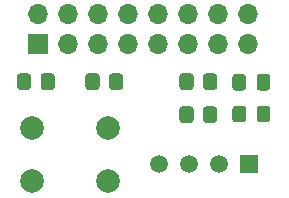
<source format=gts>
%TF.GenerationSoftware,KiCad,Pcbnew,(5.1.7)-1*%
%TF.CreationDate,2021-01-13T16:49:11-03:00*%
%TF.ProjectId,Raspberry Pi Hat,52617370-6265-4727-9279-205069204861,-*%
%TF.SameCoordinates,Original*%
%TF.FileFunction,Soldermask,Top*%
%TF.FilePolarity,Negative*%
%FSLAX46Y46*%
G04 Gerber Fmt 4.6, Leading zero omitted, Abs format (unit mm)*
G04 Created by KiCad (PCBNEW (5.1.7)-1) date 2021-01-13 16:49:11*
%MOMM*%
%LPD*%
G01*
G04 APERTURE LIST*
%ADD10C,2.000000*%
%ADD11R,1.700000X1.700000*%
%ADD12O,1.700000X1.700000*%
%ADD13R,1.500000X1.500000*%
%ADD14C,1.500000*%
G04 APERTURE END LIST*
D10*
%TO.C,SW1*%
X111400000Y-83800000D03*
X111400000Y-88300000D03*
X104900000Y-83800000D03*
X104900000Y-88300000D03*
%TD*%
%TO.C,D1*%
G36*
G01*
X125100000Y-82149999D02*
X125100000Y-83050001D01*
G75*
G02*
X124850001Y-83300000I-249999J0D01*
G01*
X124199999Y-83300000D01*
G75*
G02*
X123950000Y-83050001I0J249999D01*
G01*
X123950000Y-82149999D01*
G75*
G02*
X124199999Y-81900000I249999J0D01*
G01*
X124850001Y-81900000D01*
G75*
G02*
X125100000Y-82149999I0J-249999D01*
G01*
G37*
G36*
G01*
X123050000Y-82149999D02*
X123050000Y-83050001D01*
G75*
G02*
X122800001Y-83300000I-249999J0D01*
G01*
X122149999Y-83300000D01*
G75*
G02*
X121900000Y-83050001I0J249999D01*
G01*
X121900000Y-82149999D01*
G75*
G02*
X122149999Y-81900000I249999J0D01*
G01*
X122800001Y-81900000D01*
G75*
G02*
X123050000Y-82149999I0J-249999D01*
G01*
G37*
%TD*%
%TO.C,D2*%
G36*
G01*
X123050000Y-79449999D02*
X123050000Y-80350001D01*
G75*
G02*
X122800001Y-80600000I-249999J0D01*
G01*
X122149999Y-80600000D01*
G75*
G02*
X121900000Y-80350001I0J249999D01*
G01*
X121900000Y-79449999D01*
G75*
G02*
X122149999Y-79200000I249999J0D01*
G01*
X122800001Y-79200000D01*
G75*
G02*
X123050000Y-79449999I0J-249999D01*
G01*
G37*
G36*
G01*
X125100000Y-79449999D02*
X125100000Y-80350001D01*
G75*
G02*
X124850001Y-80600000I-249999J0D01*
G01*
X124199999Y-80600000D01*
G75*
G02*
X123950000Y-80350001I0J249999D01*
G01*
X123950000Y-79449999D01*
G75*
G02*
X124199999Y-79200000I249999J0D01*
G01*
X124850001Y-79200000D01*
G75*
G02*
X125100000Y-79449999I0J-249999D01*
G01*
G37*
%TD*%
D11*
%TO.C,J1*%
X105400000Y-76700000D03*
D12*
X105400000Y-74160000D03*
X107940000Y-76700000D03*
X107940000Y-74160000D03*
X110480000Y-76700000D03*
X110480000Y-74160000D03*
X113020000Y-76700000D03*
X113020000Y-74160000D03*
X115560000Y-76700000D03*
X115560000Y-74160000D03*
X118100000Y-76700000D03*
X118100000Y-74160000D03*
X120640000Y-76700000D03*
X120640000Y-74160000D03*
X123180000Y-76700000D03*
X123180000Y-74160000D03*
%TD*%
%TO.C,R1*%
G36*
G01*
X103650000Y-80305001D02*
X103650000Y-79404999D01*
G75*
G02*
X103899999Y-79155000I249999J0D01*
G01*
X104600001Y-79155000D01*
G75*
G02*
X104850000Y-79404999I0J-249999D01*
G01*
X104850000Y-80305001D01*
G75*
G02*
X104600001Y-80555000I-249999J0D01*
G01*
X103899999Y-80555000D01*
G75*
G02*
X103650000Y-80305001I0J249999D01*
G01*
G37*
G36*
G01*
X105650000Y-80305001D02*
X105650000Y-79404999D01*
G75*
G02*
X105899999Y-79155000I249999J0D01*
G01*
X106600001Y-79155000D01*
G75*
G02*
X106850000Y-79404999I0J-249999D01*
G01*
X106850000Y-80305001D01*
G75*
G02*
X106600001Y-80555000I-249999J0D01*
G01*
X105899999Y-80555000D01*
G75*
G02*
X105650000Y-80305001I0J249999D01*
G01*
G37*
%TD*%
%TO.C,R2*%
G36*
G01*
X109450000Y-80305001D02*
X109450000Y-79404999D01*
G75*
G02*
X109699999Y-79155000I249999J0D01*
G01*
X110400001Y-79155000D01*
G75*
G02*
X110650000Y-79404999I0J-249999D01*
G01*
X110650000Y-80305001D01*
G75*
G02*
X110400001Y-80555000I-249999J0D01*
G01*
X109699999Y-80555000D01*
G75*
G02*
X109450000Y-80305001I0J249999D01*
G01*
G37*
G36*
G01*
X111450000Y-80305001D02*
X111450000Y-79404999D01*
G75*
G02*
X111699999Y-79155000I249999J0D01*
G01*
X112400001Y-79155000D01*
G75*
G02*
X112650000Y-79404999I0J-249999D01*
G01*
X112650000Y-80305001D01*
G75*
G02*
X112400001Y-80555000I-249999J0D01*
G01*
X111699999Y-80555000D01*
G75*
G02*
X111450000Y-80305001I0J249999D01*
G01*
G37*
%TD*%
%TO.C,R3*%
G36*
G01*
X119400000Y-83095001D02*
X119400000Y-82194999D01*
G75*
G02*
X119649999Y-81945000I249999J0D01*
G01*
X120350001Y-81945000D01*
G75*
G02*
X120600000Y-82194999I0J-249999D01*
G01*
X120600000Y-83095001D01*
G75*
G02*
X120350001Y-83345000I-249999J0D01*
G01*
X119649999Y-83345000D01*
G75*
G02*
X119400000Y-83095001I0J249999D01*
G01*
G37*
G36*
G01*
X117400000Y-83095001D02*
X117400000Y-82194999D01*
G75*
G02*
X117649999Y-81945000I249999J0D01*
G01*
X118350001Y-81945000D01*
G75*
G02*
X118600000Y-82194999I0J-249999D01*
G01*
X118600000Y-83095001D01*
G75*
G02*
X118350001Y-83345000I-249999J0D01*
G01*
X117649999Y-83345000D01*
G75*
G02*
X117400000Y-83095001I0J249999D01*
G01*
G37*
%TD*%
%TO.C,R4*%
G36*
G01*
X119400000Y-80305001D02*
X119400000Y-79404999D01*
G75*
G02*
X119649999Y-79155000I249999J0D01*
G01*
X120350001Y-79155000D01*
G75*
G02*
X120600000Y-79404999I0J-249999D01*
G01*
X120600000Y-80305001D01*
G75*
G02*
X120350001Y-80555000I-249999J0D01*
G01*
X119649999Y-80555000D01*
G75*
G02*
X119400000Y-80305001I0J249999D01*
G01*
G37*
G36*
G01*
X117400000Y-80305001D02*
X117400000Y-79404999D01*
G75*
G02*
X117649999Y-79155000I249999J0D01*
G01*
X118350001Y-79155000D01*
G75*
G02*
X118600000Y-79404999I0J-249999D01*
G01*
X118600000Y-80305001D01*
G75*
G02*
X118350001Y-80555000I-249999J0D01*
G01*
X117649999Y-80555000D01*
G75*
G02*
X117400000Y-80305001I0J249999D01*
G01*
G37*
%TD*%
D13*
%TO.C,U1*%
X123300000Y-86800000D03*
D14*
X120760000Y-86800000D03*
X118220000Y-86800000D03*
X115680000Y-86800000D03*
%TD*%
M02*

</source>
